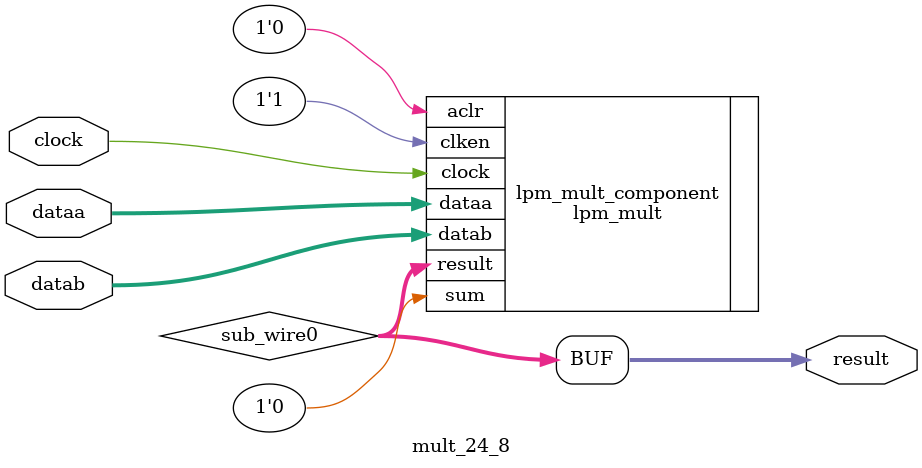
<source format=v>
`timescale 1 ps / 1 ps
module mult_24_8 (
	clock,
	dataa,
	datab,
	result);

	input	  clock;
	input	[7:0]  dataa;
	input	[31:0]  datab;
	output	[39:0]  result;

	wire [39:0] sub_wire0;
	wire [39:0] result = sub_wire0[39:0];

	lpm_mult	lpm_mult_component (
				.dataa (dataa),
				.datab (datab),
				.clock (clock),
				.result (sub_wire0),
				.aclr (1'b0),
				.clken (1'b1),
				.sum (1'b0));
	defparam
		lpm_mult_component.lpm_hint = "MAXIMIZE_SPEED=5",
		lpm_mult_component.lpm_pipeline = 4,
		lpm_mult_component.lpm_representation = "SIGNED",
		lpm_mult_component.lpm_type = "LPM_MULT",
		lpm_mult_component.lpm_widtha = 8,
		lpm_mult_component.lpm_widthb = 32,
		lpm_mult_component.lpm_widthp = 40;


endmodule

</source>
